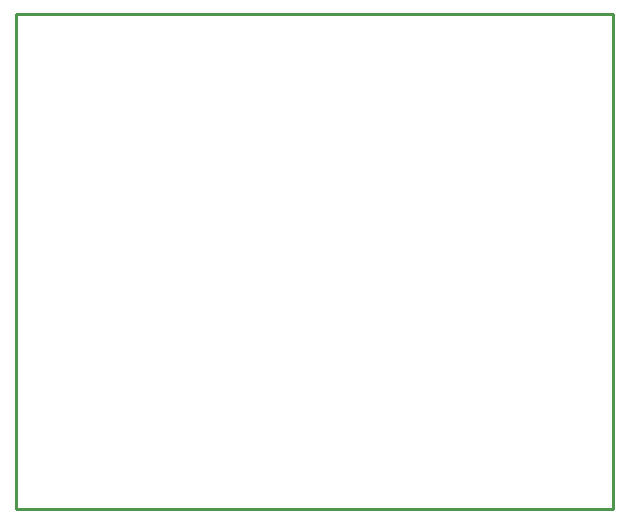
<source format=gbr>
G04 EAGLE Gerber RS-274X export*
G75*
%MOMM*%
%FSLAX34Y34*%
%LPD*%
%IN*%
%IPPOS*%
%AMOC8*
5,1,8,0,0,1.08239X$1,22.5*%
G01*
%ADD10C,0.254000*%


D10*
X0Y0D02*
X504700Y0D01*
X504700Y419000D01*
X0Y419000D01*
X0Y0D01*
M02*

</source>
